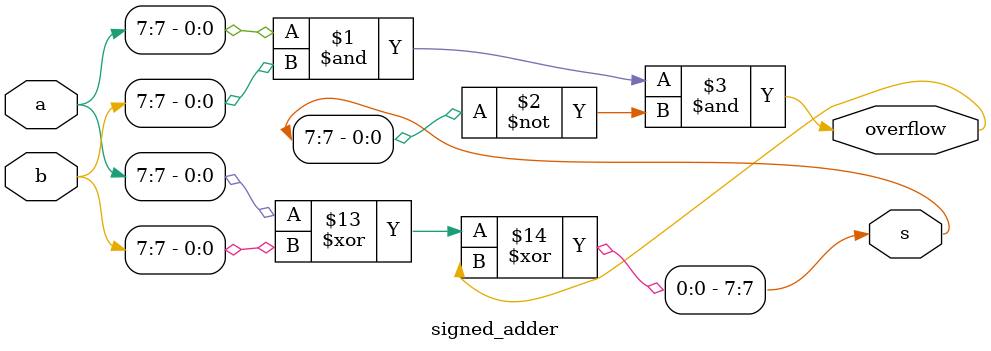
<source format=v>

module signed_adder(input [7:0] a,
    input [7:0] b,
    output [7:0] s,
    output overflow
); 

// The numbers a and b are added to the output s. 
// assign the occurence of the signed overflow of a and b to the output overflow.
// a signed overflow occurs if the most significant bits of a and b are low and the most significant bit of s is high
// a signed overflow may also occur if the most significant bits of a and b are high and the most significant bit of s is low



assign overflow = (a[7] & b[7] & ~s[7]) | (a[7] & ~a[7] & s[7]) | (b[7] & ~b[7] & ~s[7]);

// The carry out bit is the final carry in bit.
assign s[7] = a[7] ^ b[7] ^ overflow;

// The carry in bits are the xor of the two inputs.
assign cin = a[7] ^ b[7];

// The carry in bit is asserted when the input carry is one.
assign c[7] = ~cin & ~(~a[7] & ~b[7]);

// The carry out bit is asserted when the input carry is one.
assign c[7] = a[7] & b[7] & ~cin;
endmodule

</source>
